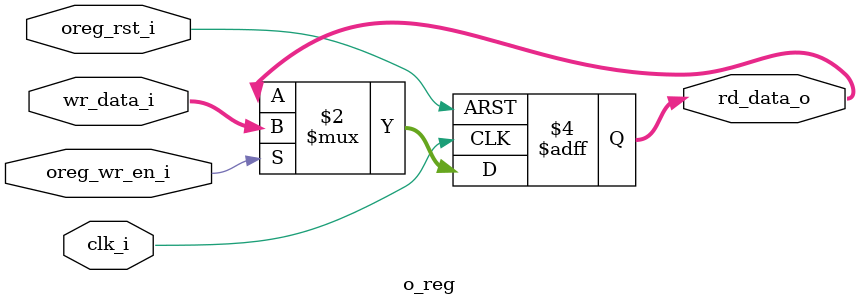
<source format=v>
`timescale 1ns / 1ps


module o_reg
#(
    parameter F_WIDTH = 8,
    parameter I_WIDTH = 8
    )
    (
    input signed [F_WIDTH + I_WIDTH - 1 : 0] wr_data_i,
    input clk_i,
    input oreg_rst_i,
    input oreg_wr_en_i,
    output reg signed [F_WIDTH + I_WIDTH - 1 : 0] rd_data_o
    );
   
    always @ (posedge clk_i or posedge oreg_rst_i) begin 
        if (oreg_rst_i) begin
            rd_data_o <= 0;
        end else if (oreg_wr_en_i) begin 
                rd_data_o <= wr_data_i;
            
        end
    end
endmodule

</source>
